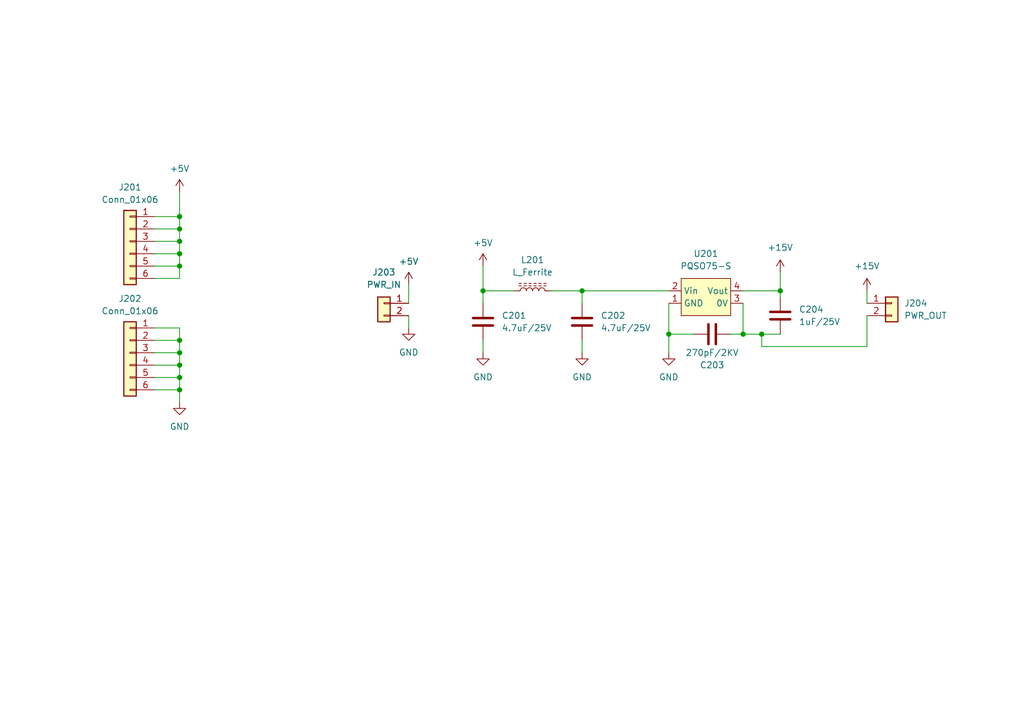
<source format=kicad_sch>
(kicad_sch (version 20211123) (generator eeschema)
  (paper "A5")
  (lib_symbols
    (symbol "Connector_Generic:Conn_01x02" (pin_names (offset 1.016) hide)
      (property "Reference" "J" (at 0 2.54 0))
      (property "Value" "Conn_01x02" (at 0 -5.08 0))
      (symbol "Conn_01x02_1_1"
        (rectangle (start -1.27 -2.413) (end 0 -2.667) (stroke (width 0.1524)))
        (rectangle (start -1.27 0.127) (end 0 -0.127) (stroke (width 0.1524)))
        (rectangle (start -1.27 1.27) (end 1.27 -3.81) (stroke (width 0.254)) (fill (type background)))
        (pin passive line (at -5.08 0 0) (length 3.81) (name "Pin_1") (number "1"))
        (pin passive line (at -5.08 -2.54 0) (length 3.81) (name "Pin_2") (number "2"))
      )
    )
    (symbol "Connector_Generic:Conn_01x06" (pin_names (offset 1.016) hide)
      (property "Reference" "J" (at 0 7.62 0))
      (property "Value" "Conn_01x06" (at 0 -10.16 0))
      (symbol "Conn_01x06_1_1"
        (rectangle (start -1.27 -7.493) (end 0 -7.747) (stroke (width 0.1524)))
        (rectangle (start -1.27 -4.953) (end 0 -5.207) (stroke (width 0.1524)))
        (rectangle (start -1.27 -2.413) (end 0 -2.667) (stroke (width 0.1524)))
        (rectangle (start -1.27 0.127) (end 0 -0.127) (stroke (width 0.1524)))
        (rectangle (start -1.27 2.667) (end 0 2.413) (stroke (width 0.1524)))
        (rectangle (start -1.27 5.207) (end 0 4.953) (stroke (width 0.1524)))
        (rectangle (start -1.27 6.35) (end 1.27 -8.89) (stroke (width 0.254)) (fill (type background)))
        (pin passive line (at -5.08 5.08 0) (length 3.81) (name "Pin_1") (number "1"))
        (pin passive line (at -5.08 2.54 0) (length 3.81) (name "Pin_2") (number "2"))
        (pin passive line (at -5.08 0 0) (length 3.81) (name "Pin_3") (number "3"))
        (pin passive line (at -5.08 -2.54 0) (length 3.81) (name "Pin_4") (number "4"))
        (pin passive line (at -5.08 -5.08 0) (length 3.81) (name "Pin_5") (number "5"))
        (pin passive line (at -5.08 -7.62 0) (length 3.81) (name "Pin_6") (number "6"))
      )
    )
    (symbol "Device:C" (pin_numbers hide) (pin_names (offset 0.254))
      (property "Reference" "C" (at 0.635 2.54 0))
      (property "Value" "C" (at 0.635 -2.54 0))
      (symbol "C_0_1"
        (polyline (pts (xy -2.032 -0.762) (xy 2.032 -0.762)) (stroke (width 0.508)))
        (polyline (pts (xy -2.032 0.762) (xy 2.032 0.762)) (stroke (width 0.508)))
      )
      (symbol "C_1_1"
        (pin passive line (at 0 3.81 270) (length 2.794) (name "~") (number "1"))
        (pin passive line (at 0 -3.81 90) (length 2.794) (name "~") (number "2"))
      )
    )
    (symbol "Device:L_Ferrite" (pin_numbers hide) (pin_names (offset 1.016) hide)
      (property "Reference" "L" (at -1.27 0 90))
      (property "Value" "L_Ferrite" (at 2.794 0 90))
      (symbol "L_Ferrite_0_1"
        (arc (start 0 -2.54) (mid 0.635 -1.905) (end 0 -1.27))
        (arc (start 0 -1.27) (mid 0.635 -0.635) (end 0 0))
        (polyline (pts (xy 1.016 -2.794) (xy 1.016 -2.286)))
        (polyline (pts (xy 1.016 -1.778) (xy 1.016 -1.27)))
        (polyline (pts (xy 1.016 -0.762) (xy 1.016 -0.254)))
        (polyline (pts (xy 1.016 0.254) (xy 1.016 0.762)))
        (polyline (pts (xy 1.016 1.27) (xy 1.016 1.778)))
        (polyline (pts (xy 1.016 2.286) (xy 1.016 2.794)))
        (polyline (pts (xy 1.524 -2.286) (xy 1.524 -2.794)))
        (polyline (pts (xy 1.524 -1.27) (xy 1.524 -1.778)))
        (polyline (pts (xy 1.524 -0.254) (xy 1.524 -0.762)))
        (polyline (pts (xy 1.524 0.762) (xy 1.524 0.254)))
        (polyline (pts (xy 1.524 1.778) (xy 1.524 1.27)))
        (polyline (pts (xy 1.524 2.794) (xy 1.524 2.286)))
        (arc (start 0 0) (mid 0.635 0.635) (end 0 1.27))
        (arc (start 0 1.27) (mid 0.635 1.905) (end 0 2.54))
      )
      (symbol "L_Ferrite_1_1"
        (pin passive line (at 0 3.81 270) (length 1.27) (name "1") (number "1"))
        (pin passive line (at 0 -3.81 90) (length 1.27) (name "2") (number "2"))
      )
    )
    (symbol "Symbols:PQSO75-S"
      (property "Reference" "U" (at 0 7.62 0))
      (property "Value" "PQSO75-S" (at 0 -10.16 0))
      (symbol "PQSO75-S_0_1"
        (rectangle (start 2.54 5.08) (end 12.7 -2.54) (fill (type background)))
      )
      (symbol "PQSO75-S_1_1"
        (pin power_in line (at 0 2.54 0) (length 2.54) (name "GND") (number "1"))
        (pin power_in line (at 0 0 0) (length 2.54) (name "Vin") (number "2"))
        (pin power_out line (at 15.24 2.54 180) (length 2.54) (name "0V") (number "3"))
        (pin power_out line (at 15.24 0 180) (length 2.54) (name "Vout") (number "4"))
      )
    )
    (symbol "power:+15V" (power) (pin_names (offset 0))
      (property "Value" "+15V" (at 0 3.556 0))
      (symbol "+15V_0_1"
        (polyline (pts (xy -0.762 1.27) (xy 0 2.54)))
        (polyline (pts (xy 0 0) (xy 0 2.54)))
        (polyline (pts (xy 0 2.54) (xy 0.762 1.27)))
      )
      (symbol "+15V_1_1"
        (pin power_in line (at 0 0 90) (length 0) hide (name "+15V") (number "1"))
      )
    )
    (symbol "power:+5V" (power) (pin_names (offset 0))
      (property "Value" "+5V" (at 0 3.556 0))
      (symbol "+5V_0_1"
        (polyline (pts (xy -0.762 1.27) (xy 0 2.54)))
        (polyline (pts (xy 0 0) (xy 0 2.54)))
        (polyline (pts (xy 0 2.54) (xy 0.762 1.27)))
      )
      (symbol "+5V_1_1"
        (pin power_in line (at 0 0 90) (length 0) hide (name "+5V") (number "1"))
      )
    )
    (symbol "power:GND" (power) (pin_names (offset 0))
      (property "Value" "GND" (at 0 -3.81 0))
      (symbol "GND_0_1"
        (polyline (pts (xy 0 0) (xy 0 -1.27) (xy 1.27 -1.27) (xy 0 -2.54) (xy -1.27 -1.27) (xy 0 -1.27)))
      )
      (symbol "GND_1_1"
        (pin power_in line (at 0 0 270) (length 0) hide (name "GND") (number "1"))
      )
    )
  )
  (junction (at 36.83 49.53))
  (junction (at 156.21 68.58))
  (junction (at 152.4 68.58))
  (junction (at 36.83 46.99))
  (junction (at 36.83 80.01))
  (junction (at 36.83 69.85))
  (junction (at 119.38 59.69))
  (junction (at 36.83 44.45))
  (junction (at 36.83 77.47))
  (junction (at 36.83 74.93))
  (junction (at 160.02 59.69))
  (junction (at 36.83 72.39))
  (junction (at 99.06 59.69))
  (junction (at 36.83 54.61))
  (junction (at 36.83 52.07))
  (junction (at 137.16 68.58))
  (wire (pts (xy 36.83 77.47) (xy 36.83 80.01)))
  (wire (pts (xy 119.38 59.69) (xy 137.16 59.69)))
  (wire (pts (xy 36.83 46.99) (xy 36.83 49.53)))
  (wire (pts (xy 83.82 64.77) (xy 83.82 67.31)))
  (wire (pts (xy 156.21 68.58) (xy 160.02 68.58)))
  (wire (pts (xy 83.82 58.42) (xy 83.82 62.23)))
  (wire (pts (xy 160.02 55.88) (xy 160.02 59.69)))
  (wire (pts (xy 99.06 59.69) (xy 105.41 59.69)))
  (wire (pts (xy 36.83 67.31) (xy 36.83 69.85)))
  (wire (pts (xy 31.75 72.39) (xy 36.83 72.39)))
  (wire (pts (xy 99.06 54.61) (xy 99.06 59.69)))
  (wire (pts (xy 31.75 67.31) (xy 36.83 67.31)))
  (wire (pts (xy 31.75 44.45) (xy 36.83 44.45)))
  (wire (pts (xy 137.16 68.58) (xy 142.24 68.58)))
  (wire (pts (xy 31.75 69.85) (xy 36.83 69.85)))
  (wire (pts (xy 36.83 39.37) (xy 36.83 44.45)))
  (wire (pts (xy 36.83 54.61) (xy 36.83 57.15)))
  (wire (pts (xy 36.83 72.39) (xy 36.83 74.93)))
  (wire (pts (xy 137.16 68.58) (xy 137.16 62.23)))
  (wire (pts (xy 31.75 74.93) (xy 36.83 74.93)))
  (wire (pts (xy 99.06 59.69) (xy 99.06 62.23)))
  (wire (pts (xy 36.83 80.01) (xy 36.83 82.55)))
  (wire (pts (xy 36.83 49.53) (xy 36.83 52.07)))
  (wire (pts (xy 31.75 49.53) (xy 36.83 49.53)))
  (wire (pts (xy 152.4 62.23) (xy 152.4 68.58)))
  (wire (pts (xy 31.75 52.07) (xy 36.83 52.07)))
  (wire (pts (xy 99.06 72.39) (xy 99.06 69.85)))
  (wire (pts (xy 36.83 44.45) (xy 36.83 46.99)))
  (wire (pts (xy 113.03 59.69) (xy 119.38 59.69)))
  (wire (pts (xy 137.16 72.39) (xy 137.16 68.58)))
  (wire (pts (xy 156.21 68.58) (xy 156.21 71.12)))
  (wire (pts (xy 36.83 69.85) (xy 36.83 72.39)))
  (wire (pts (xy 31.75 80.01) (xy 36.83 80.01)))
  (wire (pts (xy 152.4 68.58) (xy 156.21 68.58)))
  (wire (pts (xy 36.83 52.07) (xy 36.83 54.61)))
  (wire (pts (xy 31.75 77.47) (xy 36.83 77.47)))
  (wire (pts (xy 156.21 71.12) (xy 177.8 71.12)))
  (wire (pts (xy 31.75 46.99) (xy 36.83 46.99)))
  (wire (pts (xy 119.38 59.69) (xy 119.38 62.23)))
  (wire (pts (xy 36.83 74.93) (xy 36.83 77.47)))
  (wire (pts (xy 160.02 60.96) (xy 160.02 59.69)))
  (wire (pts (xy 36.83 57.15) (xy 31.75 57.15)))
  (wire (pts (xy 152.4 68.58) (xy 149.86 68.58)))
  (wire (pts (xy 119.38 72.39) (xy 119.38 69.85)))
  (wire (pts (xy 160.02 59.69) (xy 152.4 59.69)))
  (wire (pts (xy 177.8 59.69) (xy 177.8 62.23)))
  (wire (pts (xy 31.75 54.61) (xy 36.83 54.61)))
  (wire (pts (xy 177.8 64.77) (xy 177.8 71.12)))
  (symbol (lib_id "power:GND") (at 137.16 72.39 0) (unit 1)
    (property "Reference" "#PWR0208" (effects hide))
    (property "Value" "GND" (at 137.16 77.3938 0))
  )
  (symbol (lib_id "power:+5V") (at 99.06 54.61 0) (unit 1)
    (property "Reference" "#PWR0205" (effects hide))
    (property "Value" "+5V" (at 99.06 49.8602 0))
  )
  (symbol (lib_id "power:GND") (at 99.06 72.39 0) (unit 1)
    (property "Reference" "#PWR0206" (effects hide))
    (property "Value" "GND" (at 99.06 77.3938 0))
  )
  (symbol (lib_id "power:+15V") (at 177.8 59.69 0) (unit 1)
    (property "Reference" "#PWR0210" (effects hide))
    (property "Value" "+15V" (at 177.8 54.61 0))
  )
  (symbol (lib_id "Connector_Generic:Conn_01x02") (at 182.88 62.23 0) (unit 1)
    (property "Reference" "J204" (at 185.42 62.2299 0) (effects (justify left)))
    (property "Value" "PWR_OUT" (at 185.42 64.7699 0) (effects (justify left)))
    (property "Footprint" "Footprints:SIP-2_1mm_2.54mm" (effects hide))
  )
  (symbol (lib_id "power:+5V") (at 36.83 39.37 0) (unit 1)
    (property "Reference" "#PWR0201" (effects hide))
    (property "Value" "+5V" (at 36.83 34.6202 0))
  )
  (symbol (lib_id "Symbols:PQSO75-S") (at 137.16 59.69 0) (mirror x) (unit 1)
    (property "Reference" "U201" (at 144.78 52.07 0))
    (property "Value" "PQSO75-S" (at 144.78 54.61 0))
    (property "Footprint" "Footprints:SIP-4" (effects hide))
    (property "Manufacturer Part No." "PQSO75-S" (effects hide))
  )
  (symbol (lib_id "Device:C") (at 146.05 68.58 90) (unit 1)
    (property "Reference" "C203" (at 146.05 74.93 90))
    (property "Value" "270pF/2KV" (at 146.05 72.39 90))
    (property "Footprint" "Capacitor_SMD:C_1206_3216Metric" (effects hide))
    (property "Manufacturer Part No." "C1206C271MGRAC7800" (effects hide))
  )
  (symbol (lib_id "power:GND") (at 83.82 67.31 0) (unit 1)
    (property "Reference" "#PWR0204" (effects hide))
    (property "Value" "GND" (at 83.82 72.3138 0))
  )
  (symbol (lib_id "Device:C") (at 119.38 66.04 0) (unit 1)
    (property "Reference" "C202" (at 123.19 64.7699 0) (effects (justify left)))
    (property "Value" "4.7uF/25V" (at 123.19 67.3099 0) (effects (justify left)))
    (property "Footprint" "Capacitor_SMD:C_0603_1608Metric" (effects hide))
    (property "Manufacturer Part No." "06033D475KAT2A" (effects hide))
  )
  (symbol (lib_id "Connector_Generic:Conn_01x06") (at 26.67 49.53 0) (mirror y) (unit 1)
    (property "Reference" "J201" (at 26.67 38.4302 0))
    (property "Value" "Conn_01x06" (at 26.67 40.9702 0))
    (property "Footprint" "Footprints:SIP-6_1mm_2.54mm" (effects hide))
  )
  (symbol (lib_id "Connector_Generic:Conn_01x06") (at 26.67 72.39 0) (mirror y) (unit 1)
    (property "Reference" "J202" (at 26.67 61.2902 0))
    (property "Value" "Conn_01x06" (at 26.67 63.8302 0))
    (property "Footprint" "Footprints:SIP-6_1mm_2.54mm" (effects hide))
  )
  (symbol (lib_id "Device:C") (at 99.06 66.04 0) (unit 1)
    (property "Reference" "C201" (at 102.87 64.7699 0) (effects (justify left)))
    (property "Value" "4.7uF/25V" (at 102.87 67.3099 0) (effects (justify left)))
    (property "Footprint" "Capacitor_SMD:C_0603_1608Metric" (effects hide))
    (property "Manufacturer Part No." "06033D475KAT2A" (effects hide))
  )
  (symbol (lib_id "Connector_Generic:Conn_01x02") (at 78.74 62.23 0) (mirror y) (unit 1)
    (property "Reference" "J203" (at 78.74 55.88 0))
    (property "Value" "PWR_IN" (at 78.74 58.42 0))
    (property "Footprint" "Footprints:SIP-2_1mm_2.54mm" (effects hide))
  )
  (symbol (lib_id "Device:L_Ferrite") (at 109.22 59.69 90) (unit 1)
    (property "Reference" "L201" (at 109.22 53.34 90))
    (property "Value" "L_Ferrite" (at 109.22 55.88 90))
    (property "Footprint" "Footprints:IND_1919(4848)" (effects hide))
    (property "Manufacturer Part No." "744042006" (effects hide))
  )
  (symbol (lib_id "power:GND") (at 36.83 82.55 0) (unit 1)
    (property "Reference" "#PWR0202" (effects hide))
    (property "Value" "GND" (at 36.83 87.5538 0))
  )
  (symbol (lib_id "power:GND") (at 119.38 72.39 0) (unit 1)
    (property "Reference" "#PWR0207" (effects hide))
    (property "Value" "GND" (at 119.38 77.3938 0))
  )
  (symbol (lib_id "power:+5V") (at 83.82 58.42 0) (unit 1)
    (property "Reference" "#PWR0203" (effects hide))
    (property "Value" "+5V" (at 83.82 53.6702 0))
  )
  (symbol (lib_id "power:+15V") (at 160.02 55.88 0) (unit 1)
    (property "Reference" "#PWR0209" (effects hide))
    (property "Value" "+15V" (at 160.02 50.8 0))
  )
  (symbol (lib_id "Device:C") (at 160.02 64.77 0) (unit 1)
    (property "Reference" "C204" (at 163.83 63.4999 0) (effects (justify left)))
    (property "Value" "1uF/25V" (at 163.83 66.0399 0) (effects (justify left)))
    (property "Footprint" "Capacitor_SMD:C_0402_1005Metric" (effects hide))
    (property "Manufacturer Part No." "04023D105KAT2A" (effects hide))
  )
)
</source>
